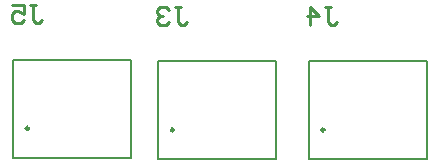
<source format=gbo>
G04*
G04 #@! TF.GenerationSoftware,Altium Limited,Altium Designer,21.7.2 (23)*
G04*
G04 Layer_Color=32896*
%FSLAX25Y25*%
%MOIN*%
G70*
G04*
G04 #@! TF.SameCoordinates,14A67933-5EF9-4AFF-BA5B-A8FCC5FD6F51*
G04*
G04*
G04 #@! TF.FilePolarity,Positive*
G04*
G01*
G75*
%ADD11C,0.00500*%
%ADD12C,0.01000*%
%ADD50C,0.01102*%
D11*
X233658Y394752D02*
Y427429D01*
X273028D01*
Y394752D02*
Y427429D01*
X233658Y394752D02*
X273028D01*
X185315Y395252D02*
Y427929D01*
X224685D01*
Y395252D02*
Y427929D01*
X185315Y395252D02*
X224685D01*
X283815Y394752D02*
Y427429D01*
X323185D01*
Y394752D02*
Y427429D01*
X283815Y394752D02*
X323185D01*
D12*
X190901Y446098D02*
X192901D01*
X191901D01*
Y441100D01*
X192901Y440100D01*
X193900D01*
X194900Y441100D01*
X184903Y446098D02*
X188902D01*
Y443099D01*
X186903Y444099D01*
X185903D01*
X184903Y443099D01*
Y441100D01*
X185903Y440100D01*
X187902D01*
X188902Y441100D01*
X289401Y445598D02*
X291401D01*
X290401D01*
Y440600D01*
X291401Y439600D01*
X292400D01*
X293400Y440600D01*
X284403Y439600D02*
Y445598D01*
X287402Y442599D01*
X283403D01*
X239301Y445598D02*
X241301D01*
X240301D01*
Y440600D01*
X241301Y439600D01*
X242300D01*
X243300Y440600D01*
X237302Y444598D02*
X236302Y445598D01*
X234303D01*
X233303Y444598D01*
Y443599D01*
X234303Y442599D01*
X235303D01*
X234303D01*
X233303Y441599D01*
Y440600D01*
X234303Y439600D01*
X236302D01*
X237302Y440600D01*
D50*
X238933Y404595D02*
G03*
X238933Y404595I-551J0D01*
G01*
X190591Y405094D02*
G03*
X190591Y405094I-551J0D01*
G01*
X289090Y404595D02*
G03*
X289090Y404595I-551J0D01*
G01*
M02*

</source>
